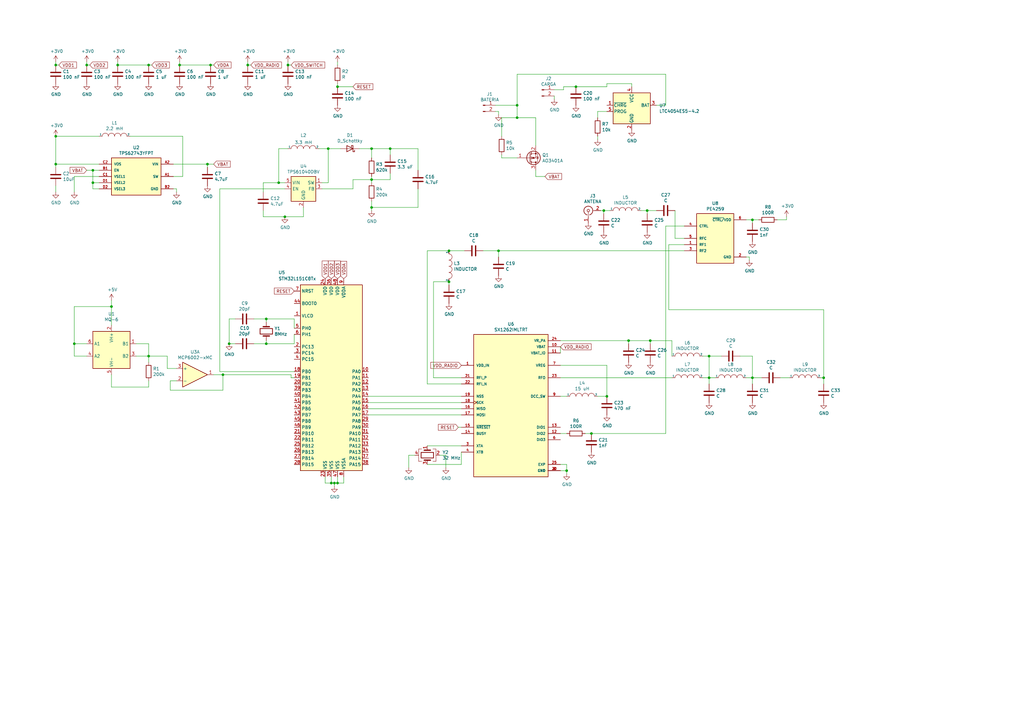
<source format=kicad_sch>
(kicad_sch (version 20211123) (generator eeschema)
  (paper "A3")
  (lib_symbols
    (symbol "Amplifier_Operational:MCP6002-xMC" (pin_names (offset 0.127))
      (property "Reference" "U" (at 0 5.08 0))
      (property "Value" "MCP6002-xMC" (at 0 -5.08 0))
      (symbol "MCP6002-xMC_1_1"
        (pin output line (at 7.62 0 180) (length 2.54) (name "~") (number "1"))
        (pin input line (at -7.62 -2.54 0) (length 2.54) (name "-") (number "2"))
        (pin input line (at -7.62 2.54 0) (length 2.54) (name "+") (number "3"))
      )
      (symbol "MCP6002-xMC_2_1"
        (pin input line (at -7.62 2.54 0) (length 2.54) (name "+") (number "5"))
        (pin input line (at -7.62 -2.54 0) (length 2.54) (name "-") (number "6"))
        (pin output line (at 7.62 0 180) (length 2.54) (name "~") (number "7"))
      )
      (symbol "MCP6002-xMC_3_1"
        (pin power_in line (at -2.54 -7.62 90) (length 3.81) (name "V-") (number "4"))
        (pin power_in line (at -2.54 7.62 270) (length 3.81) (name "V+") (number "8"))
        (pin passive line (at -2.54 -7.62 90) (length 3.81) hide (name "V-") (number "9"))
      )
    )
    (symbol "Battery_Management:LTC4054ES5-4.2" (pin_names (offset 0.254))
      (property "Reference" "U" (at -5.842 6.604 0))
      (property "Value" "LTC4054ES5-4.2" (at 1.524 6.604 0))
      (symbol "LTC4054ES5-4.2_1_1"
        (pin open_collector line (at -10.16 0 0) (length 2.54) (name "~{CHRG}") (number "1"))
        (pin power_in line (at 0 -10.16 90) (length 2.54) (name "GND") (number "2"))
        (pin power_out line (at 10.16 0 180) (length 2.54) (name "BAT") (number "3"))
        (pin power_in line (at 0 7.62 270) (length 2.54) (name "VCC") (number "4"))
        (pin bidirectional line (at -10.16 -2.54 0) (length 2.54) (name "PROG") (number "5"))
      )
    )
    (symbol "Connector:Conn_01x02_Male" (pin_names (offset 1.016) hide)
      (property "Reference" "J" (at 0 2.54 0))
      (property "Value" "Conn_01x02_Male" (at 0 -5.08 0))
      (symbol "Conn_01x02_Male_1_1"
        (pin passive line (at 5.08 0 180) (length 3.81) (name "Pin_1") (number "1"))
        (pin passive line (at 5.08 -2.54 180) (length 3.81) (name "Pin_2") (number "2"))
      )
    )
    (symbol "Connector:Conn_Coaxial" (pin_names (offset 1.016) hide)
      (property "Reference" "J" (at 0.254 3.048 0))
      (property "Value" "Conn_Coaxial" (at 2.921 0 90))
      (symbol "Conn_Coaxial_1_1"
        (pin passive line (at -5.08 0 0) (length 2.54) (name "In") (number "1"))
        (pin passive line (at 0 -5.08 90) (length 2.54) (name "Ext") (number "2"))
      )
    )
    (symbol "Device:C" (pin_numbers hide) (pin_names (offset 0.254))
      (property "Reference" "C" (at 0.635 2.54 0))
      (property "Value" "C" (at 0.635 -2.54 0))
      (symbol "C_1_1"
        (pin passive line (at 0 3.81 270) (length 2.794) (name "~") (number "1"))
        (pin passive line (at 0 -3.81 90) (length 2.794) (name "~") (number "2"))
      )
    )
    (symbol "Device:Crystal" (pin_numbers hide) (pin_names (offset 1.016) hide)
      (property "Reference" "Y" (at 0 3.81 0))
      (property "Value" "Crystal" (at 0 -3.81 0))
      (symbol "Crystal_1_1"
        (pin passive line (at -3.81 0 0) (length 1.27) (name "1") (number "1"))
        (pin passive line (at 3.81 0 180) (length 1.27) (name "2") (number "2"))
      )
    )
    (symbol "Device:Crystal_GND24" (pin_names (offset 1.016) hide)
      (property "Reference" "Y" (at 3.175 5.08 0))
      (property "Value" "Crystal_GND24" (at 3.175 3.175 0))
      (symbol "Crystal_GND24_1_1"
        (pin passive line (at -3.81 0 0) (length 1.27) (name "1") (number "1"))
        (pin passive line (at 0 5.08 270) (length 1.27) (name "2") (number "2"))
        (pin passive line (at 3.81 0 180) (length 1.27) (name "3") (number "3"))
        (pin passive line (at 0 -5.08 90) (length 1.27) (name "4") (number "4"))
      )
    )
    (symbol "Device:D_Schottky" (pin_numbers hide) (pin_names (offset 1.016) hide)
      (property "Reference" "D" (at 0 2.54 0))
      (property "Value" "D_Schottky" (at 0 -2.54 0))
      (symbol "D_Schottky_1_1"
        (pin passive line (at -3.81 0 0) (length 2.54) (name "K") (number "1"))
        (pin passive line (at 3.81 0 180) (length 2.54) (name "A") (number "2"))
      )
    )
    (symbol "Device:R" (pin_numbers hide) (pin_names (offset 0))
      (property "Reference" "R" (at 2.032 0 90))
      (property "Value" "R" (at 0 0 90))
      (symbol "R_1_1"
        (pin passive line (at 0 3.81 270) (length 1.27) (name "~") (number "1"))
        (pin passive line (at 0 -3.81 90) (length 1.27) (name "~") (number "2"))
      )
    )
    (symbol "MCU_ST_STM32L1:STM32L151C8Tx"
      (property "Reference" "U" (at -12.7 39.37 0))
      (property "Value" "STM32L151C8Tx" (at 7.62 39.37 0))
      (symbol "STM32L151C8Tx_1_1"
        (pin power_in line (at -15.24 25.4 0) (length 2.54) (name "VLCD") (number "1"))
        (pin bidirectional line (at 15.24 2.54 180) (length 2.54) (name "PA0") (number "10"))
        (pin bidirectional line (at 15.24 0 180) (length 2.54) (name "PA1") (number "11"))
        (pin bidirectional line (at 15.24 -2.54 180) (length 2.54) (name "PA2") (number "12"))
        (pin bidirectional line (at 15.24 -5.08 180) (length 2.54) (name "PA3") (number "13"))
        (pin bidirectional line (at 15.24 -7.62 180) (length 2.54) (name "PA4") (number "14"))
        (pin bidirectional line (at 15.24 -10.16 180) (length 2.54) (name "PA5") (number "15"))
        (pin bidirectional line (at 15.24 -12.7 180) (length 2.54) (name "PA6") (number "16"))
        (pin bidirectional line (at 15.24 -15.24 180) (length 2.54) (name "PA7") (number "17"))
        (pin bidirectional line (at -15.24 2.54 0) (length 2.54) (name "PB0") (number "18"))
        (pin bidirectional line (at -15.24 0 0) (length 2.54) (name "PB1") (number "19"))
        (pin bidirectional line (at -15.24 12.7 0) (length 2.54) (name "PC13") (number "2"))
        (pin bidirectional line (at -15.24 -2.54 0) (length 2.54) (name "PB2") (number "20"))
        (pin bidirectional line (at -15.24 -22.86 0) (length 2.54) (name "PB10") (number "21"))
        (pin bidirectional line (at -15.24 -25.4 0) (length 2.54) (name "PB11") (number "22"))
        (pin power_in line (at -2.54 -40.64 90) (length 2.54) (name "VSS") (number "23"))
        (pin power_in line (at -2.54 40.64 270) (length 2.54) (name "VDD") (number "24"))
        (pin bidirectional line (at -15.24 -27.94 0) (length 2.54) (name "PB12") (number "25"))
        (pin bidirectional line (at -15.24 -30.48 0) (length 2.54) (name "PB13") (number "26"))
        (pin bidirectional line (at -15.24 -33.02 0) (length 2.54) (name "PB14") (number "27"))
        (pin bidirectional line (at -15.24 -35.56 0) (length 2.54) (name "PB15") (number "28"))
        (pin bidirectional line (at 15.24 -17.78 180) (length 2.54) (name "PA8") (number "29"))
        (pin bidirectional line (at -15.24 10.16 0) (length 2.54) (name "PC14") (number "3"))
        (pin bidirectional line (at 15.24 -20.32 180) (length 2.54) (name "PA9") (number "30"))
        (pin bidirectional line (at 15.24 -22.86 180) (length 2.54) (name "PA10") (number "31"))
        (pin bidirectional line (at 15.24 -25.4 180) (length 2.54) (name "PA11") (number "32"))
        (pin bidirectional line (at 15.24 -27.94 180) (length 2.54) (name "PA12") (number "33"))
        (pin bidirectional line (at 15.24 -30.48 180) (length 2.54) (name "PA13") (number "34"))
        (pin power_in line (at 0 -40.64 90) (length 2.54) (name "VSS") (number "35"))
        (pin power_in line (at 0 40.64 270) (length 2.54) (name "VDD") (number "36"))
        (pin bidirectional line (at 15.24 -33.02 180) (length 2.54) (name "PA14") (number "37"))
        (pin bidirectional line (at 15.24 -35.56 180) (length 2.54) (name "PA15") (number "38"))
        (pin bidirectional line (at -15.24 -5.08 0) (length 2.54) (name "PB3") (number "39"))
        (pin bidirectional line (at -15.24 7.62 0) (length 2.54) (name "PC15") (number "4"))
        (pin bidirectional line (at -15.24 -7.62 0) (length 2.54) (name "PB4") (number "40"))
        (pin bidirectional line (at -15.24 -10.16 0) (length 2.54) (name "PB5") (number "41"))
        (pin bidirectional line (at -15.24 -12.7 0) (length 2.54) (name "PB6") (number "42"))
        (pin bidirectional line (at -15.24 -15.24 0) (length 2.54) (name "PB7") (number "43"))
        (pin input line (at -15.24 30.48 0) (length 2.54) (name "BOOT0") (number "44"))
        (pin bidirectional line (at -15.24 -17.78 0) (length 2.54) (name "PB8") (number "45"))
        (pin bidirectional line (at -15.24 -20.32 0) (length 2.54) (name "PB9") (number "46"))
        (pin power_in line (at 2.54 -40.64 90) (length 2.54) (name "VSS") (number "47"))
        (pin power_in line (at 2.54 40.64 270) (length 2.54) (name "VDD") (number "48"))
        (pin input line (at -15.24 20.32 0) (length 2.54) (name "PH0") (number "5"))
        (pin input line (at -15.24 17.78 0) (length 2.54) (name "PH1") (number "6"))
        (pin input line (at -15.24 35.56 0) (length 2.54) (name "NRST") (number "7"))
        (pin power_in line (at 5.08 -40.64 90) (length 2.54) (name "VSSA") (number "8"))
        (pin power_in line (at 5.08 40.64 270) (length 2.54) (name "VDDA") (number "9"))
      )
    )
    (symbol "PCB_V1-rescue:PE4259-PE4259" (pin_names (offset 1.016))
      (property "Reference" "U" (at -7.62 10.16 0))
      (property "Value" "PE4259-PE4259" (at -7.62 -12.7 0))
      (symbol "PE4259-PE4259_0_0"
        (pin passive line (at -12.7 -2.54 0) (length 5.08) (name "RF1") (number "1"))
        (pin power_in line (at 12.7 -7.62 180) (length 5.08) (name "GND") (number "2"))
        (pin passive line (at -12.7 -5.08 0) (length 5.08) (name "RF2") (number "3"))
        (pin input line (at -12.7 5.08 0) (length 5.08) (name "CTRL") (number "4"))
        (pin passive line (at -12.7 0 0) (length 5.08) (name "RFC") (number "5"))
        (pin power_in line (at 12.7 7.62 180) (length 5.08) (name "~{CTRL/}VDD") (number "6"))
      )
    )
    (symbol "PCB_V1-rescue:SX1262IMLTRT-SX1262IMLTRT" (pin_names (offset 1.016))
      (property "Reference" "U" (at -15.24 28.702 0))
      (property "Value" "SX1262IMLTRT-SX1262IMLTRT" (at -15.24 -33.02 0))
      (symbol "SX1262IMLTRT-SX1262IMLTRT_0_0"
        (pin input line (at -20.32 15.24 0) (length 5.08) (name "VDD_IN") (number "1"))
        (pin power_in line (at 20.32 22.86 180) (length 5.08) (name "VBAT") (number "10"))
        (pin power_in line (at 20.32 20.32 180) (length 5.08) (name "VBAT_IO") (number "11"))
        (pin bidirectional line (at 20.32 -12.7 180) (length 5.08) (name "DIO2") (number "12"))
        (pin bidirectional line (at 20.32 -10.16 180) (length 5.08) (name "DIO1") (number "13"))
        (pin bidirectional line (at -20.32 -12.7 0) (length 5.08) (name "BUSY") (number "14"))
        (pin bidirectional line (at -20.32 -10.16 0) (length 5.08) (name "~{NRESET}") (number "15"))
        (pin output line (at -20.32 -2.54 0) (length 5.08) (name "MISO") (number "16"))
        (pin input line (at -20.32 -5.08 0) (length 5.08) (name "MOSI") (number "17"))
        (pin input clock (at -20.32 0 0) (length 5.08) (name "SCK") (number "18"))
        (pin input line (at -20.32 2.54 0) (length 5.08) (name "NSS") (number "19"))
        (pin power_in line (at 20.32 -27.94 180) (length 5.08) (name "GND") (number "2"))
        (pin power_in line (at 20.32 -27.94 180) (length 5.08) (name "GND") (number "20"))
        (pin input line (at -20.32 10.16 0) (length 5.08) (name "RFI_P") (number "21"))
        (pin input line (at -20.32 7.62 0) (length 5.08) (name "RFI_N") (number "22"))
        (pin output line (at 20.32 10.16 180) (length 5.08) (name "RFO") (number "23"))
        (pin power_in line (at 20.32 25.4 180) (length 5.08) (name "VR_PA") (number "24"))
        (pin power_in line (at 20.32 -25.4 180) (length 5.08) (name "EXP") (number "25"))
        (pin bidirectional line (at -20.32 -17.78 0) (length 5.08) (name "XTA") (number "3"))
        (pin bidirectional line (at -20.32 -20.32 0) (length 5.08) (name "XTB") (number "4"))
        (pin power_in line (at 20.32 -27.94 180) (length 5.08) (name "GND") (number "5"))
        (pin bidirectional line (at 20.32 -15.24 180) (length 5.08) (name "DIO3") (number "6"))
        (pin output line (at 20.32 15.24 180) (length 5.08) (name "VREG") (number "7"))
        (pin power_in line (at 20.32 -27.94 180) (length 5.08) (name "GND") (number "8"))
        (pin output line (at 20.32 2.54 180) (length 5.08) (name "DCC_SW") (number "9"))
      )
    )
    (symbol "Regulator_Switching:TPS61040DBV"
      (property "Reference" "U" (at -5.08 6.35 0))
      (property "Value" "TPS61040DBV" (at 0 6.35 0))
      (symbol "TPS61040DBV_1_1"
        (pin power_out line (at 7.62 2.54 180) (length 2.54) (name "SW") (number "1"))
        (pin power_in line (at 0 -7.62 90) (length 2.54) (name "GND") (number "2"))
        (pin input line (at 7.62 0 180) (length 2.54) (name "FB") (number "3"))
        (pin input line (at -7.62 0 0) (length 2.54) (name "EN") (number "4"))
        (pin power_in line (at -7.62 2.54 0) (length 2.54) (name "VIN") (number "5"))
      )
    )
    (symbol "Sensor_Gas:MQ-6"
      (property "Reference" "U" (at -6.35 8.89 0))
      (property "Value" "MQ-6" (at 3.81 8.89 0))
      (symbol "MQ-6_1_1"
        (pin passive line (at 10.16 2.54 180) (length 2.54) (name "B1") (number "1"))
        (pin power_in line (at 0 10.16 270) (length 2.54) (name "VH+") (number "2"))
        (pin passive line (at 10.16 -2.54 180) (length 2.54) (name "B2") (number "3"))
        (pin passive line (at -10.16 -2.54 0) (length 2.54) (name "A2") (number "4"))
        (pin power_in line (at 0 -10.16 90) (length 2.54) (name "VH-") (number "5"))
        (pin passive line (at -10.16 2.54 0) (length 2.54) (name "A1") (number "6"))
      )
    )
    (symbol "TPS62743YFPT:TPS62743YFPT" (pin_names (offset 1.016))
      (property "Reference" "U" (at -10.1854 8.4074 0))
      (property "Value" "TPS62743YFPT" (at -10.1854 -10.6934 0))
      (symbol "TPS62743YFPT_0_0"
        (pin output line (at 15.24 0 180) (length 5.08) (name "SW") (number "A1"))
        (pin power_in line (at 15.24 5.08 180) (length 5.08) (name "VIN") (number "A2"))
        (pin input line (at -15.24 2.54 0) (length 5.08) (name "EN") (number "B1"))
        (pin passive line (at 15.24 -5.08 180) (length 5.08) (name "GND") (number "B2"))
        (pin input line (at -15.24 0 0) (length 5.08) (name "VSEL1") (number "C1"))
        (pin input line (at -15.24 5.08 0) (length 5.08) (name "VOS") (number "C2"))
        (pin input line (at -15.24 -2.54 0) (length 5.08) (name "VSEL2") (number "D1"))
        (pin input line (at -15.24 -5.08 0) (length 5.08) (name "VSEL3") (number "D2"))
      )
    )
    (symbol "Transistor_FET:AO3401A" (pin_names hide)
      (property "Reference" "Q" (at 5.08 1.905 0))
      (property "Value" "AO3401A" (at 5.08 0 0))
      (symbol "AO3401A_1_1"
        (pin input line (at -5.08 0 0) (length 2.54) (name "G") (number "1"))
        (pin passive line (at 2.54 -5.08 90) (length 2.54) (name "S") (number "2"))
        (pin passive line (at 2.54 5.08 270) (length 2.54) (name "D") (number "3"))
      )
    )
    (symbol "power:+3V0" (power) (pin_names (offset 0))
      (property "Value" "+3V0" (at 0 3.556 0))
      (symbol "+3V0_1_1"
        (pin power_in line (at 0 0 90) (length 0) hide (name "+3V0") (number "1"))
      )
    )
    (symbol "power:+5V" (power) (pin_names (offset 0))
      (property "Value" "+5V" (at 0 3.556 0))
      (symbol "+5V_1_1"
        (pin power_in line (at 0 0 90) (length 0) hide (name "+5V") (number "1"))
      )
    )
    (symbol "power:GND" (power) (pin_names (offset 0))
      (property "Value" "GND" (at 0 -3.81 0))
      (symbol "GND_1_1"
        (pin power_in line (at 0 0 270) (length 0) hide (name "GND") (number "1"))
      )
    )
    (symbol "pspice:INDUCTOR" (pin_numbers hide) (pin_names (offset 0))
      (property "Reference" "L" (at 0 2.54 0))
      (property "Value" "INDUCTOR" (at 0 -1.27 0))
      (symbol "INDUCTOR_1_1"
        (pin input line (at -6.35 0 0) (length 1.27) (name "1") (number "1"))
        (pin input line (at 6.35 0 180) (length 1.27) (name "2") (number "2"))
      )
    )
  )
  (junction (at 60.96 146.05))
  (junction (at 290.83 154.94))
  (junction (at 135.89 198.12))
  (junction (at 242.57 177.8))
  (junction (at 60.96 26.67))
  (junction (at 248.92 162.56))
  (junction (at 265.43 86.36))
  (junction (at 212.09 48.26))
  (junction (at 116.84 88.9))
  (junction (at 93.98 140.97))
  (junction (at 247.65 86.36))
  (junction (at 290.83 146.05))
  (junction (at 337.82 154.94))
  (junction (at 30.48 140.97))
  (junction (at 118.11 26.67))
  (junction (at 184.15 115.57))
  (junction (at 236.22 35.56))
  (junction (at 160.02 60.96))
  (junction (at 86.36 26.67))
  (junction (at 232.41 193.04))
  (junction (at 257.81 139.7))
  (junction (at 138.43 35.56))
  (junction (at 212.09 43.18))
  (junction (at 137.16 198.12))
  (junction (at 109.22 140.97))
  (junction (at 48.26 26.67))
  (junction (at 45.72 125.73))
  (junction (at 152.4 85.09))
  (junction (at 85.09 67.31))
  (junction (at 134.62 60.96))
  (junction (at 184.15 102.87))
  (junction (at 308.61 154.94))
  (junction (at 266.7 139.7))
  (junction (at 101.6 26.67))
  (junction (at 35.56 26.67))
  (junction (at 38.1 69.85))
  (junction (at 152.4 73.66))
  (junction (at 38.1 74.93))
  (junction (at 114.3 74.93))
  (junction (at 91.44 153.67))
  (junction (at 152.4 60.96))
  (junction (at 308.61 90.17))
  (junction (at 22.86 67.31))
  (junction (at 22.86 55.88))
  (junction (at 138.43 198.12))
  (junction (at 109.22 130.81))
  (junction (at 73.66 26.67))
  (junction (at 22.86 26.67))
  (junction (at 204.47 102.87))
  (wire (pts (xy 144.78 35.56) (xy 138.43 35.56)))
  (wire (pts (xy 22.86 68.58) (xy 22.86 67.31)))
  (wire (pts (xy 269.24 43.18) (xy 273.05 43.18)))
  (wire (pts (xy 274.32 127) (xy 274.32 100.33)))
  (wire (pts (xy 53.34 55.88) (xy 74.93 55.88)))
  (wire (pts (xy 290.83 157.48) (xy 290.83 154.94)))
  (wire (pts (xy 107.95 78.74) (xy 107.95 74.93)))
  (wire (pts (xy 45.72 125.73) (xy 45.72 133.35)))
  (wire (pts (xy 144.78 73.66) (xy 152.4 73.66)))
  (wire (pts (xy 322.58 88.9) (xy 322.58 90.17)))
  (wire (pts (xy 189.23 165.1) (xy 151.13 165.1)))
  (wire (pts (xy 144.78 77.47) (xy 144.78 73.66)))
  (wire (pts (xy 69.85 156.21) (xy 69.85 160.02)))
  (wire (pts (xy 219.71 72.39) (xy 223.52 72.39)))
  (wire (pts (xy 182.88 186.69) (xy 180.34 186.69)))
  (wire (pts (xy 257.81 139.7) (xy 266.7 139.7)))
  (wire (pts (xy 229.87 139.7) (xy 257.81 139.7)))
  (wire (pts (xy 35.56 140.97) (xy 30.48 140.97)))
  (wire (pts (xy 212.09 64.77) (xy 205.74 64.77)))
  (wire (pts (xy 30.48 125.73) (xy 45.72 125.73)))
  (wire (pts (xy 116.84 88.9) (xy 124.46 88.9)))
  (wire (pts (xy 247.65 87.63) (xy 247.65 86.36)))
  (wire (pts (xy 337.82 154.94) (xy 337.82 157.48)))
  (wire (pts (xy 219.71 48.26) (xy 219.71 59.69)))
  (wire (pts (xy 337.82 127) (xy 274.32 127)))
  (wire (pts (xy 45.72 153.67) (xy 45.72 158.75)))
  (wire (pts (xy 182.88 191.77) (xy 182.88 186.69)))
  (wire (pts (xy 74.93 55.88) (xy 74.93 72.39)))
  (wire (pts (xy 152.4 82.55) (xy 152.4 85.09)))
  (wire (pts (xy 135.89 198.12) (xy 137.16 198.12)))
  (wire (pts (xy 245.11 57.15) (xy 245.11 55.88)))
  (wire (pts (xy 93.98 130.81) (xy 93.98 140.97)))
  (wire (pts (xy 35.56 26.67) (xy 35.56 25.4)))
  (wire (pts (xy 60.96 158.75) (xy 45.72 158.75)))
  (wire (pts (xy 265.43 87.63) (xy 265.43 86.36)))
  (wire (pts (xy 293.37 154.94) (xy 290.83 154.94)))
  (wire (pts (xy 137.16 199.39) (xy 137.16 198.12)))
  (wire (pts (xy 184.15 116.84) (xy 184.15 115.57)))
  (wire (pts (xy 119.38 154.94) (xy 120.65 154.94)))
  (wire (pts (xy 203.2 43.18) (xy 212.09 43.18)))
  (wire (pts (xy 151.13 167.64) (xy 189.23 167.64)))
  (wire (pts (xy 229.87 154.94) (xy 275.59 154.94)))
  (wire (pts (xy 90.17 152.4) (xy 120.65 152.4)))
  (wire (pts (xy 160.02 60.96) (xy 152.4 60.96)))
  (wire (pts (xy 132.08 74.93) (xy 134.62 74.93)))
  (wire (pts (xy 175.26 102.87) (xy 175.26 157.48)))
  (wire (pts (xy 24.13 26.67) (xy 22.86 26.67)))
  (wire (pts (xy 107.95 86.36) (xy 107.95 88.9)))
  (wire (pts (xy 227.33 36.83) (xy 231.14 36.83)))
  (wire (pts (xy 259.08 34.29) (xy 259.08 35.56)))
  (wire (pts (xy 275.59 139.7) (xy 266.7 139.7)))
  (wire (pts (xy 204.47 46.99) (xy 204.47 45.72)))
  (wire (pts (xy 30.48 140.97) (xy 30.48 146.05)))
  (wire (pts (xy 124.46 88.9) (xy 124.46 85.09)))
  (wire (pts (xy 138.43 198.12) (xy 140.97 198.12)))
  (wire (pts (xy 265.43 86.36) (xy 269.24 86.36)))
  (wire (pts (xy 109.22 139.7) (xy 109.22 140.97)))
  (wire (pts (xy 69.85 160.02) (xy 91.44 160.02)))
  (wire (pts (xy 109.22 132.08) (xy 109.22 130.81)))
  (wire (pts (xy 60.96 158.75) (xy 60.96 156.21)))
  (wire (pts (xy 236.22 35.56) (xy 231.14 35.56)))
  (wire (pts (xy 151.13 162.56) (xy 189.23 162.56)))
  (wire (pts (xy 22.86 26.67) (xy 22.86 25.4)))
  (wire (pts (xy 189.23 170.18) (xy 151.13 170.18)))
  (wire (pts (xy 160.02 73.66) (xy 152.4 73.66)))
  (wire (pts (xy 171.45 60.96) (xy 160.02 60.96)))
  (wire (pts (xy 134.62 74.93) (xy 134.62 60.96)))
  (wire (pts (xy 204.47 105.41) (xy 204.47 102.87)))
  (wire (pts (xy 120.65 130.81) (xy 120.65 134.62)))
  (wire (pts (xy 212.09 43.18) (xy 212.09 48.26)))
  (wire (pts (xy 160.02 71.12) (xy 160.02 73.66)))
  (wire (pts (xy 118.11 60.96) (xy 114.3 60.96)))
  (wire (pts (xy 119.38 153.67) (xy 119.38 154.94)))
  (wire (pts (xy 104.14 130.81) (xy 109.22 130.81)))
  (wire (pts (xy 101.6 25.4) (xy 101.6 26.67)))
  (wire (pts (xy 205.74 48.26) (xy 205.74 55.88)))
  (wire (pts (xy 22.86 67.31) (xy 40.64 67.31)))
  (wire (pts (xy 323.85 154.94) (xy 320.04 154.94)))
  (wire (pts (xy 152.4 85.09) (xy 152.4 86.36)))
  (wire (pts (xy 312.42 154.94) (xy 308.61 154.94)))
  (wire (pts (xy 229.87 149.86) (xy 248.92 149.86)))
  (wire (pts (xy 187.96 175.26) (xy 189.23 175.26)))
  (wire (pts (xy 248.92 35.56) (xy 248.92 34.29)))
  (wire (pts (xy 311.15 90.17) (xy 308.61 90.17)))
  (wire (pts (xy 189.23 190.5) (xy 175.26 190.5)))
  (wire (pts (xy 152.4 60.96) (xy 152.4 64.77)))
  (wire (pts (xy 248.92 34.29) (xy 259.08 34.29)))
  (wire (pts (xy 177.8 115.57) (xy 177.8 154.94)))
  (wire (pts (xy 295.91 146.05) (xy 290.83 146.05)))
  (wire (pts (xy 245.11 45.72) (xy 245.11 48.26)))
  (wire (pts (xy 307.34 105.41) (xy 306.07 105.41)))
  (wire (pts (xy 167.64 186.69) (xy 170.18 186.69)))
  (wire (pts (xy 72.39 151.13) (xy 68.58 151.13)))
  (wire (pts (xy 45.72 123.19) (xy 45.72 125.73)))
  (wire (pts (xy 90.17 77.47) (xy 116.84 77.47)))
  (wire (pts (xy 171.45 77.47) (xy 171.45 85.09)))
  (wire (pts (xy 276.86 97.79) (xy 280.67 97.79)))
  (wire (pts (xy 177.8 154.94) (xy 189.23 154.94)))
  (wire (pts (xy 204.47 102.87) (xy 198.12 102.87)))
  (wire (pts (xy 308.61 157.48) (xy 308.61 154.94)))
  (wire (pts (xy 204.47 102.87) (xy 280.67 102.87)))
  (wire (pts (xy 229.87 142.24) (xy 229.87 144.78)))
  (wire (pts (xy 248.92 162.56) (xy 245.11 162.56)))
  (wire (pts (xy 262.89 86.36) (xy 265.43 86.36)))
  (wire (pts (xy 120.65 140.97) (xy 109.22 140.97)))
  (wire (pts (xy 138.43 26.67) (xy 138.43 25.4)))
  (wire (pts (xy 248.92 149.86) (xy 248.92 162.56)))
  (wire (pts (xy 231.14 35.56) (xy 231.14 36.83)))
  (wire (pts (xy 147.32 60.96) (xy 152.4 60.96)))
  (wire (pts (xy 274.32 100.33) (xy 280.67 100.33)))
  (wire (pts (xy 190.5 102.87) (xy 184.15 102.87)))
  (wire (pts (xy 102.87 26.67) (xy 101.6 26.67)))
  (wire (pts (xy 38.1 69.85) (xy 40.64 69.85)))
  (wire (pts (xy 135.89 198.12) (xy 135.89 195.58)))
  (wire (pts (xy 308.61 90.17) (xy 306.07 90.17)))
  (wire (pts (xy 175.26 182.88) (xy 189.23 182.88)))
  (wire (pts (xy 40.64 55.88) (xy 22.86 55.88)))
  (wire (pts (xy 307.34 106.68) (xy 307.34 105.41)))
  (wire (pts (xy 232.41 162.56) (xy 229.87 162.56)))
  (wire (pts (xy 152.4 73.66) (xy 152.4 72.39)))
  (wire (pts (xy 22.86 78.74) (xy 22.86 76.2)))
  (wire (pts (xy 22.86 55.88) (xy 22.86 67.31)))
  (wire (pts (xy 140.97 198.12) (xy 140.97 195.58)))
  (wire (pts (xy 107.95 74.93) (xy 114.3 74.93)))
  (wire (pts (xy 275.59 146.05) (xy 275.59 139.7)))
  (wire (pts (xy 73.66 26.67) (xy 86.36 26.67)))
  (wire (pts (xy 96.52 130.81) (xy 93.98 130.81)))
  (wire (pts (xy 114.3 74.93) (xy 116.84 74.93)))
  (wire (pts (xy 139.7 60.96) (xy 134.62 60.96)))
  (wire (pts (xy 175.26 102.87) (xy 184.15 102.87)))
  (wire (pts (xy 160.02 63.5) (xy 160.02 60.96)))
  (wire (pts (xy 138.43 35.56) (xy 138.43 34.29)))
  (wire (pts (xy 60.96 140.97) (xy 60.96 146.05)))
  (wire (pts (xy 273.05 92.71) (xy 280.67 92.71)))
  (wire (pts (xy 30.48 146.05) (xy 35.56 146.05)))
  (wire (pts (xy 74.93 72.39) (xy 71.12 72.39)))
  (wire (pts (xy 167.64 186.69) (xy 167.64 191.77)))
  (wire (pts (xy 189.23 185.42) (xy 189.23 190.5)))
  (wire (pts (xy 48.26 26.67) (xy 48.26 25.4)))
  (wire (pts (xy 85.09 67.31) (xy 87.63 67.31)))
  (wire (pts (xy 87.63 26.67) (xy 86.36 26.67)))
  (wire (pts (xy 171.45 85.09) (xy 152.4 85.09)))
  (wire (pts (xy 107.95 88.9) (xy 116.84 88.9)))
  (wire (pts (xy 109.22 140.97) (xy 104.14 140.97)))
  (wire (pts (xy 171.45 69.85) (xy 171.45 60.96)))
  (wire (pts (xy 273.05 30.48) (xy 212.09 30.48)))
  (wire (pts (xy 303.53 146.05) (xy 308.61 146.05)))
  (wire (pts (xy 212.09 48.26) (xy 205.74 48.26)))
  (wire (pts (xy 93.98 140.97) (xy 96.52 140.97)))
  (wire (pts (xy 227.33 39.37) (xy 227.33 40.64)))
  (wire (pts (xy 308.61 154.94) (xy 306.07 154.94)))
  (wire (pts (xy 119.38 26.67) (xy 118.11 26.67)))
  (wire (pts (xy 60.96 148.59) (xy 60.96 146.05)))
  (wire (pts (xy 38.1 77.47) (xy 40.64 77.47)))
  (wire (pts (xy 60.96 146.05) (xy 55.88 146.05)))
  (wire (pts (xy 30.48 72.39) (xy 40.64 72.39)))
  (wire (pts (xy 91.44 160.02) (xy 91.44 153.67)))
  (wire (pts (xy 137.16 198.12) (xy 138.43 198.12)))
  (wire (pts (xy 236.22 35.56) (xy 248.92 35.56)))
  (wire (pts (xy 290.83 154.94) (xy 288.29 154.94)))
  (wire (pts (xy 30.48 78.74) (xy 30.48 72.39)))
  (wire (pts (xy 72.39 78.74) (xy 72.39 77.47)))
  (wire (pts (xy 35.56 69.85) (xy 38.1 69.85)))
  (wire (pts (xy 212.09 30.48) (xy 212.09 43.18)))
  (wire (pts (xy 114.3 60.96) (xy 114.3 74.93)))
  (wire (pts (xy 134.62 60.96) (xy 130.81 60.96)))
  (wire (pts (xy 229.87 193.04) (xy 232.41 193.04)))
  (wire (pts (xy 72.39 77.47) (xy 71.12 77.47)))
  (wire (pts (xy 189.23 157.48) (xy 175.26 157.48)))
  (wire (pts (xy 266.7 139.7) (xy 266.7 140.97)))
  (wire (pts (xy 240.03 177.8) (xy 242.57 177.8)))
  (wire (pts (xy 219.71 48.26) (xy 212.09 48.26)))
  (wire (pts (xy 232.41 190.5) (xy 232.41 193.04)))
  (wire (pts (xy 90.17 77.47) (xy 90.17 152.4)))
  (wire (pts (xy 257.81 140.97) (xy 257.81 139.7)))
  (wire (pts (xy 85.09 68.58) (xy 85.09 67.31)))
  (wire (pts (xy 120.65 137.16) (xy 120.65 140.97)))
  (wire (pts (xy 219.71 69.85) (xy 219.71 72.39)))
  (wire (pts (xy 109.22 130.81) (xy 120.65 130.81)))
  (wire (pts (xy 247.65 86.36) (xy 250.19 86.36)))
  (wire (pts (xy 48.26 26.67) (xy 60.96 26.67)))
  (wire (pts (xy 205.74 63.5) (xy 205.74 64.77)))
  (wire (pts (xy 87.63 153.67) (xy 91.44 153.67)))
  (wire (pts (xy 288.29 146.05) (xy 290.83 146.05)))
  (wire (pts (xy 152.4 74.93) (xy 152.4 73.66)))
  (wire (pts (xy 273.05 43.18) (xy 273.05 30.48)))
  (wire (pts (xy 248.92 45.72) (xy 245.11 45.72)))
  (wire (pts (xy 177.8 115.57) (xy 184.15 115.57)))
  (wire (pts (xy 308.61 146.05) (xy 308.61 154.94)))
  (wire (pts (xy 337.82 154.94) (xy 336.55 154.94)))
  (wire (pts (xy 71.12 67.31) (xy 85.09 67.31)))
  (wire (pts (xy 242.57 177.8) (xy 273.05 177.8)))
  (wire (pts (xy 273.05 177.8) (xy 273.05 92.71)))
  (wire (pts (xy 38.1 74.93) (xy 38.1 77.47)))
  (wire (pts (xy 246.38 86.36) (xy 247.65 86.36)))
  (wire (pts (xy 68.58 151.13) (xy 68.58 146.05)))
  (wire (pts (xy 308.61 91.44) (xy 308.61 90.17)))
  (wire (pts (xy 133.35 195.58) (xy 133.35 198.12)))
  (wire (pts (xy 133.35 198.12) (xy 135.89 198.12)))
  (wire (pts (xy 232.41 193.04) (xy 232.41 194.31)))
  (wire (pts (xy 138.43 198.12) (xy 138.43 195.58)))
  (wire (pts (xy 337.82 127) (xy 337.82 154.94)))
  (wire (pts (xy 38.1 74.93) (xy 38.1 69.85)))
  (wire (pts (xy 36.83 26.67) (xy 35.56 26.67)))
  (wire (pts (xy 72.39 156.21) (xy 69.85 156.21)))
  (wire (pts (xy 40.64 74.93) (xy 38.1 74.93)))
  (wire (pts (xy 62.23 26.67) (xy 60.96 26.67)))
  (wire (pts (xy 118.11 25.4) (xy 118.11 26.67)))
  (wire (pts (xy 30.48 140.97) (xy 30.48 125.73)))
  (wire (pts (xy 232.41 177.8) (xy 229.87 177.8)))
  (wire (pts (xy 290.83 146.05) (xy 290.83 154.94)))
  (wire (pts (xy 55.88 140.97) (xy 60.96 140.97)))
  (wire (pts (xy 322.58 90.17) (xy 318.77 90.17)))
  (wire (pts (xy 91.44 153.67) (xy 119.38 153.67)))
  (wire (pts (xy 229.87 190.5) (xy 232.41 190.5)))
  (wire (pts (xy 276.86 97.79) (xy 276.86 86.36)))
  (wire (pts (xy 132.08 77.47) (xy 144.78 77.47)))
  (wire (pts (xy 73.66 26.67) (xy 73.66 25.4)))
  (wire (pts (xy 68.58 146.05) (xy 60.96 146.05)))
  (wire (pts (xy 204.47 45.72) (xy 203.2 45.72)))
  (global_label "VDDA" (shape input) (at 140.97 114.3 90) (property "Referências entre as folhas" "${INTERSHEET_REFS}" (effects hide)))
  (global_label "VDD2" (shape input) (at 135.89 114.3 90) (property "Referências entre as folhas" "${INTERSHEET_REFS}" (effects hide)))
  (global_label "VDD1" (shape input) (at 133.35 114.3 90) (property "Referências entre as folhas" "${INTERSHEET_REFS}" (effects hide)))
  (global_label "VDD_RADIO" (shape input) (at 189.23 149.86 180) (property "Referências entre as folhas" "${INTERSHEET_REFS}" (effects hide)))
  (global_label "VBAT" (shape input) (at 223.52 72.39 0) (property "Referências entre as folhas" "${INTERSHEET_REFS}" (effects hide)))
  (global_label "VDD1" (shape input) (at 24.13 26.67 0) (property "Referências entre as folhas" "${INTERSHEET_REFS}" (effects hide)))
  (global_label "VDD3" (shape input) (at 62.23 26.67 0) (property "Referências entre as folhas" "${INTERSHEET_REFS}" (effects hide)))
  (global_label "VBAT" (shape input) (at 35.56 69.85 180) (property "Referências entre as folhas" "${INTERSHEET_REFS}" (effects hide)))
  (global_label "RESET" (shape input) (at 120.65 119.38 180) (property "Referências entre as folhas" "${INTERSHEET_REFS}" (effects hide)))
  (global_label "VBAT" (shape input) (at 87.63 67.31 0) (property "Referências entre as folhas" "${INTERSHEET_REFS}" (effects hide)))
  (global_label "RESET" (shape input) (at 144.78 35.56 0) (property "Referências entre as folhas" "${INTERSHEET_REFS}" (effects hide)))
  (global_label "VDD2" (shape input) (at 36.83 26.67 0) (property "Referências entre as folhas" "${INTERSHEET_REFS}" (effects hide)))
  (global_label "VDDA" (shape input) (at 87.63 26.67 0) (property "Referências entre as folhas" "${INTERSHEET_REFS}" (effects hide)))
  (global_label "VDD3" (shape input) (at 138.43 114.3 90) (property "Referências entre as folhas" "${INTERSHEET_REFS}" (effects hide)))
  (global_label "VDD_RADIO" (shape input) (at 229.87 142.24 0) (property "Referências entre as folhas" "${INTERSHEET_REFS}" (effects hide)))
  (global_label "RESET" (shape input) (at 187.96 175.26 180) (property "Referências entre as folhas" "${INTERSHEET_REFS}" (effects hide)))
  (global_label "VDD_SWITCH" (shape input) (at 119.38 26.67 0) (property "Referências entre as folhas" "${INTERSHEET_REFS}" (effects hide)))
  (global_label "VDD_RADIO" (shape input) (at 102.87 26.67 0) (property "Referências entre as folhas" "${INTERSHEET_REFS}" (effects hide)))
  (symbol (lib_id "MCU_ST_STM32L1:STM32L151C8Tx") (at 135.89 154.94 0) (unit 1)
    (property "Reference" "U5" (at 115.57 111.76 0))
    (property "Value" "STM32L151C8Tx" (at 121.92 114.3 0))
    (property "Footprint" "Package_QFP:LQFP-48_7x7mm_P0.5mm" (effects hide))
    (property "Datasheet" "http://www.st.com/st-web-ui/static/active/en/resource/technical/document/datasheet/CD00277537.pdf" (effects hide))
  )
  (symbol (lib_id "PCB_V1-rescue:SX1262IMLTRT-SX1262IMLTRT") (at 209.55 165.1 0) (unit 1)
    (property "Reference" "U6" (at 209.55 132.9182 0))
    (property "Value" "SX1262IMLTRT" (at 209.55 135.2296 0))
    (property "Footprint" "QFN50P400X400X100-25N" (effects hide))
    (property "STANDARD" "IPC-7351B" (effects hide))
    (property "PARTREV" "1.1" (effects hide))
    (property "MANUFACTURER" "Semtech" (effects hide))
  )
  (symbol (lib_id "PCB_V1-rescue:PE4259-PE4259") (at 293.37 97.79 0) (unit 1)
    (property "Reference" "U8" (at 293.37 83.3882 0))
    (property "Value" "PE4259" (at 293.37 85.6996 0))
    (property "Footprint" "SOT65P215X110-6N" (effects hide))
    (property "MANUFACTURER" "Peregrine Semiconductor" (effects hide))
  )
  (symbol (lib_id "Device:Crystal_GND24") (at 175.26 186.69 270) (unit 1)
    (property "Reference" "Y2" (at 181.4576 185.5216 90) (effects (justify left)))
    (property "Value" "32 MHz" (at 181.4576 187.833 90) (effects (justify left)))
    (property "Footprint" "Crystal:Crystal_SMD_2016-4Pin_2.0x1.6mm" (effects hide))
  )
  (symbol (lib_id "power:GND") (at 167.64 191.77 0) (unit 1)
    (property "Reference" "#PWR027" (effects hide))
    (property "Value" "GND" (at 167.767 196.1642 0))
  )
  (symbol (lib_id "power:GND") (at 182.88 191.77 0) (unit 1)
    (property "Reference" "#PWR028" (effects hide))
    (property "Value" "GND" (at 183.007 196.1642 0))
  )
  (symbol (lib_id "power:GND") (at 137.16 199.39 0) (unit 1)
    (property "Reference" "#PWR023" (effects hide))
    (property "Value" "GND" (at 137.287 203.7842 0))
  )
  (symbol (lib_id "Device:C") (at 35.56 30.48 180) (unit 1)
    (property "Reference" "C3" (at 38.481 29.3116 0) (effects (justify right)))
    (property "Value" "100 nF" (at 38.481 31.623 0) (effects (justify right)))
    (property "Footprint" "Capacitor_SMD:C_0805_2012Metric" (effects hide))
  )
  (symbol (lib_id "power:+3V0") (at 35.56 25.4 0) (unit 1)
    (property "Reference" "#PWR06" (effects hide))
    (property "Value" "+3V0" (at 35.941 21.0058 0))
  )
  (symbol (lib_id "power:GND") (at 35.56 34.29 0) (unit 1)
    (property "Reference" "#PWR07" (effects hide))
    (property "Value" "GND" (at 35.687 38.6842 0))
  )
  (symbol (lib_id "TPS62743YFPT:TPS62743YFPT") (at 55.88 72.39 0) (unit 1)
    (property "Reference" "U2" (at 55.88 60.5282 0))
    (property "Value" "TPS62743YFPT" (at 55.88 62.8396 0))
    (property "Footprint" "BGA8N40P2X4_87X156X50" (effects hide))
    (property "MANUFACTURER" "Texas Instruments" (effects hide))
  )
  (symbol (lib_id "Device:C") (at 22.86 30.48 180) (unit 1)
    (property "Reference" "C1" (at 25.781 29.3116 0) (effects (justify right)))
    (property "Value" "100 nF" (at 25.781 31.623 0) (effects (justify right)))
    (property "Footprint" "Capacitor_SMD:C_0805_2012Metric" (effects hide))
  )
  (symbol (lib_id "power:+3V0") (at 22.86 25.4 0) (unit 1)
    (property "Reference" "#PWR01" (effects hide))
    (property "Value" "+3V0" (at 23.241 21.0058 0))
  )
  (symbol (lib_id "power:GND") (at 22.86 34.29 0) (unit 1)
    (property "Reference" "#PWR02" (effects hide))
    (property "Value" "GND" (at 22.987 38.6842 0))
  )
  (symbol (lib_id "Device:C") (at 48.26 30.48 180) (unit 1)
    (property "Reference" "C4" (at 51.181 29.3116 0) (effects (justify right)))
    (property "Value" "100 nF" (at 51.181 31.623 0) (effects (justify right)))
    (property "Footprint" "Capacitor_SMD:C_0805_2012Metric" (effects hide))
  )
  (symbol (lib_id "power:+3V0") (at 48.26 25.4 0) (unit 1)
    (property "Reference" "#PWR09" (effects hide))
    (property "Value" "+3V0" (at 48.641 21.0058 0))
  )
  (symbol (lib_id "power:GND") (at 48.26 34.29 0) (unit 1)
    (property "Reference" "#PWR010" (effects hide))
    (property "Value" "GND" (at 48.387 38.6842 0))
  )
  (symbol (lib_id "Device:C") (at 73.66 30.48 180) (unit 1)
    (property "Reference" "C6" (at 76.581 29.3116 0) (effects (justify right)))
    (property "Value" "100 nF" (at 76.581 31.623 0) (effects (justify right)))
    (property "Footprint" "Capacitor_SMD:C_0805_2012Metric" (effects hide))
  )
  (symbol (lib_id "power:+3V0") (at 73.66 25.4 0) (unit 1)
    (property "Reference" "#PWR013" (effects hide))
    (property "Value" "+3V0" (at 74.041 21.0058 0))
  )
  (symbol (lib_id "power:GND") (at 73.66 34.29 0) (unit 1)
    (property "Reference" "#PWR014" (effects hide))
    (property "Value" "GND" (at 73.787 38.6842 0))
  )
  (symbol (lib_id "power:GND") (at 85.09 76.2 0) (unit 1)
    (property "Reference" "#PWR015" (effects hide))
    (property "Value" "GND" (at 85.217 80.5942 0))
  )
  (symbol (lib_id "Device:C") (at 85.09 72.39 180) (unit 1)
    (property "Reference" "C7" (at 88.011 71.2216 0) (effects (justify right)))
    (property "Value" "4.7uF" (at 88.011 73.533 0) (effects (justify right)))
    (property "Footprint" "Capacitor_SMD:C_0805_2012Metric" (effects hide))
  )
  (symbol (lib_id "power:GND") (at 72.39 78.74 0) (unit 1)
    (property "Reference" "#PWR012" (effects hide))
    (property "Value" "GND" (at 72.517 83.1342 0))
  )
  (symbol (lib_id "Device:C") (at 60.96 30.48 180) (unit 1)
    (property "Reference" "C5" (at 63.881 29.3116 0) (effects (justify right)))
    (property "Value" "1 uF" (at 63.881 31.623 0) (effects (justify right)))
    (property "Footprint" "Capacitor_SMD:C_0805_2012Metric" (effects hide))
  )
  (symbol (lib_id "power:GND") (at 60.96 34.29 0) (unit 1)
    (property "Reference" "#PWR011" (effects hide))
    (property "Value" "GND" (at 61.087 38.6842 0))
  )
  (symbol (lib_id "Device:C") (at 22.86 72.39 180) (unit 1)
    (property "Reference" "C2" (at 25.781 71.2216 0) (effects (justify right)))
    (property "Value" "10uF" (at 25.781 73.533 0) (effects (justify right)))
    (property "Footprint" "Capacitor_SMD:C_0805_2012Metric" (effects hide))
  )
  (symbol (lib_id "Device:C") (at 86.36 30.48 180) (unit 1)
    (property "Reference" "C8" (at 89.281 29.3116 0) (effects (justify right)))
    (property "Value" "1 uF" (at 89.281 31.623 0) (effects (justify right)))
    (property "Footprint" "Capacitor_SMD:C_0805_2012Metric" (effects hide))
  )
  (symbol (lib_id "power:GND") (at 86.36 34.29 0) (unit 1)
    (property "Reference" "#PWR016" (effects hide))
    (property "Value" "GND" (at 86.487 38.6842 0))
  )
  (symbol (lib_id "power:GND") (at 22.86 78.74 0) (unit 1)
    (property "Reference" "#PWR04" (effects hide))
    (property "Value" "GND" (at 22.987 83.1342 0))
  )
  (symbol (lib_id "pspice:INDUCTOR") (at 46.99 55.88 0) (unit 1)
    (property "Reference" "L1" (at 46.99 50.419 0))
    (property "Value" "2.2 mH" (at 46.99 52.7304 0))
  )
  (symbol (lib_id "Device:C") (at 101.6 30.48 180) (unit 1)
    (property "Reference" "C11" (at 104.521 29.3116 0) (effects (justify right)))
    (property "Value" "1 uF" (at 104.521 31.623 0) (effects (justify right)))
    (property "Footprint" "Capacitor_SMD:C_0805_2012Metric" (effects hide))
  )
  (symbol (lib_id "power:GND") (at 101.6 34.29 0) (unit 1)
    (property "Reference" "#PWR019" (effects hide))
    (property "Value" "GND" (at 101.727 38.6842 0))
  )
  (symbol (lib_id "power:+3V0") (at 101.6 25.4 0) (unit 1)
    (property "Reference" "#PWR018" (effects hide))
    (property "Value" "+3V0" (at 101.981 21.0058 0))
  )
  (symbol (lib_id "pspice:INDUCTOR") (at 238.76 162.56 0) (unit 1)
    (property "Reference" "L4" (at 238.76 157.099 0))
    (property "Value" "15 uH" (at 238.76 159.4104 0))
  )
  (symbol (lib_id "Device:C") (at 248.92 166.37 180) (unit 1)
    (property "Reference" "C23" (at 251.841 165.2016 0) (effects (justify right)))
    (property "Value" "470 nF" (at 251.841 167.513 0) (effects (justify right)))
    (property "Footprint" "Capacitor_SMD:C_0805_2012Metric" (effects hide))
  )
  (symbol (lib_id "Transistor_FET:AO3401A") (at 217.17 64.77 0) (mirror x) (unit 1)
    (property "Reference" "Q1" (at 222.377 63.6016 0) (effects (justify left)))
    (property "Value" "AO3401A" (at 222.377 65.913 0) (effects (justify left)))
    (property "Footprint" "Package_TO_SOT_SMD:SOT-23" (effects hide))
    (property "Datasheet" "http://www.aosmd.com/pdfs/datasheet/AO3401A.pdf" (effects hide))
  )
  (symbol (lib_id "Connector:Conn_01x02_Male") (at 198.12 43.18 0) (unit 1)
    (property "Reference" "J1" (at 200.8632 38.5826 0))
    (property "Value" "BATERIA" (at 200.8632 40.894 0))
  )
  (symbol (lib_id "Device:R") (at 205.74 59.69 0) (unit 1)
    (property "Reference" "R5" (at 207.518 58.5216 0) (effects (justify left)))
    (property "Value" "10k" (at 207.518 60.833 0) (effects (justify left)))
  )
  (symbol (lib_id "Device:C") (at 118.11 30.48 180) (unit 1)
    (property "Reference" "C13" (at 121.031 29.3116 0) (effects (justify right)))
    (property "Value" "100 nF" (at 121.031 31.623 0) (effects (justify right)))
    (property "Footprint" "Capacitor_SMD:C_0805_2012Metric" (effects hide))
  )
  (symbol (lib_id "power:GND") (at 118.11 34.29 0) (unit 1)
    (property "Reference" "#PWR022" (effects hide))
    (property "Value" "GND" (at 118.237 38.6842 0))
  )
  (symbol (lib_id "power:+3V0") (at 118.11 25.4 0) (unit 1)
    (property "Reference" "#PWR021" (effects hide))
    (property "Value" "+3V0" (at 118.491 21.0058 0))
  )
  (symbol (lib_id "power:GND") (at 30.48 78.74 0) (unit 1)
    (property "Reference" "#PWR05" (effects hide))
    (property "Value" "GND" (at 30.607 83.1342 0))
  )
  (symbol (lib_id "Device:Crystal") (at 109.22 135.89 270) (unit 1)
    (property "Reference" "Y1" (at 112.5474 134.7216 90) (effects (justify left)))
    (property "Value" "8MHz" (at 112.5474 137.033 90) (effects (justify left)))
  )
  (symbol (lib_id "power:GND") (at 248.92 170.18 0) (unit 1)
    (property "Reference" "#PWR039" (effects hide))
    (property "Value" "GND" (at 249.047 174.5742 0))
  )
  (symbol (lib_id "power:GND") (at 232.41 194.31 0) (unit 1)
    (property "Reference" "#PWR033" (effects hide))
    (property "Value" "GND" (at 232.537 198.7042 0))
  )
  (symbol (lib_id "power:+3V0") (at 22.86 55.88 0) (unit 1)
    (property "Reference" "#PWR03" (effects hide))
    (property "Value" "+3V0" (at 23.241 51.4858 0))
  )
  (symbol (lib_id "Device:R") (at 138.43 30.48 0) (unit 1)
    (property "Reference" "R2" (at 140.208 29.3116 0) (effects (justify left)))
    (property "Value" "R" (at 140.208 31.623 0) (effects (justify left)))
  )
  (symbol (lib_id "Device:C") (at 138.43 39.37 180) (unit 1)
    (property "Reference" "C14" (at 141.351 38.2016 0) (effects (justify right)))
    (property "Value" "100 nF" (at 141.351 40.513 0) (effects (justify right)))
    (property "Footprint" "Capacitor_SMD:C_0805_2012Metric" (effects hide))
  )
  (symbol (lib_id "power:+3V0") (at 138.43 25.4 0) (unit 1)
    (property "Reference" "#PWR024" (effects hide))
    (property "Value" "+3V0" (at 138.811 21.0058 0))
  )
  (symbol (lib_id "power:GND") (at 138.43 43.18 0) (unit 1)
    (property "Reference" "#PWR025" (effects hide))
    (property "Value" "GND" (at 138.557 47.5742 0))
  )
  (symbol (lib_id "power:GND") (at 204.47 46.99 0) (unit 1)
    (property "Reference" "#PWR030" (effects hide))
    (property "Value" "GND" (at 204.597 51.3842 0))
  )
  (symbol (lib_id "pspice:INDUCTOR") (at 184.15 109.22 270) (unit 1)
    (property "Reference" "L3" (at 186.1312 108.0516 90) (effects (justify left)))
    (property "Value" "INDUCTOR" (at 186.1312 110.363 90) (effects (justify left)))
  )
  (symbol (lib_id "Device:C") (at 184.15 120.65 0) (unit 1)
    (property "Reference" "C17" (at 187.071 119.4816 0) (effects (justify left)))
    (property "Value" "C" (at 187.071 121.793 0) (effects (justify left)))
  )
  (symbol (lib_id "power:GND") (at 184.15 124.46 0) (unit 1)
    (property "Reference" "#PWR029" (effects hide))
    (property "Value" "GND" (at 184.277 128.8542 0))
  )
  (symbol (lib_id "Regulator_Switching:TPS61040DBV") (at 124.46 77.47 0) (unit 1)
    (property "Reference" "U4" (at 124.46 68.1482 0))
    (property "Value" "TPS61040DBV" (at 124.46 70.4596 0))
    (property "Footprint" "Package_TO_SOT_SMD:SOT-23-5" (effects hide))
    (property "Datasheet" "http://www.ti.com/lit/ds/symlink/tps61040.pdf" (effects hide))
  )
  (symbol (lib_id "pspice:INDUCTOR") (at 124.46 60.96 0) (unit 1)
    (property "Reference" "L2" (at 124.46 55.499 0))
    (property "Value" "3.3 mH" (at 124.46 58.42 0))
  )
  (symbol (lib_id "Device:C") (at 194.31 102.87 270) (unit 1)
    (property "Reference" "C18" (at 194.31 96.4692 90))
    (property "Value" "C" (at 194.31 98.7806 90))
  )
  (symbol (lib_id "Device:C") (at 204.47 109.22 180) (unit 1)
    (property "Reference" "C19" (at 207.391 108.0516 0) (effects (justify right)))
    (property "Value" "C" (at 207.391 110.363 0) (effects (justify right)))
  )
  (symbol (lib_id "power:GND") (at 204.47 113.03 0) (unit 1)
    (property "Reference" "#PWR031" (effects hide))
    (property "Value" "GND" (at 204.597 117.4242 0))
  )
  (symbol (lib_id "power:GND") (at 307.34 106.68 0) (unit 1)
    (property "Reference" "#PWR045" (effects hide))
    (property "Value" "GND" (at 307.467 111.0742 0))
  )
  (symbol (lib_id "Device:C") (at 107.95 82.55 180) (unit 1)
    (property "Reference" "C12" (at 110.871 81.3816 0) (effects (justify right)))
    (property "Value" "4.7uF" (at 110.871 83.693 0) (effects (justify right)))
    (property "Footprint" "Capacitor_SMD:C_0805_2012Metric" (effects hide))
  )
  (symbol (lib_id "Battery_Management:LTC4054ES5-4.2") (at 259.08 43.18 0) (unit 1)
    (property "Reference" "U7" (at 270.3576 43.2816 0) (effects (justify left)))
    (property "Value" "LTC4054ES5-4.2" (at 270.3576 45.593 0) (effects (justify left)))
    (property "Footprint" "Package_TO_SOT_SMD:TSOT-23-5" (effects hide))
    (property "Datasheet" "https://www.analog.com/media/en/technical-documentation/data-sheets/405442xf.pdf" (effects hide))
  )
  (symbol (lib_id "power:GND") (at 259.08 53.34 0) (unit 1)
    (property "Reference" "#PWR041" (effects hide))
    (property "Value" "GND" (at 259.207 57.7342 0))
  )
  (symbol (lib_id "power:GND") (at 116.84 88.9 0) (unit 1)
    (property "Reference" "#PWR020" (effects hide))
    (property "Value" "GND" (at 116.967 93.2942 0))
  )
  (symbol (lib_id "Device:R") (at 152.4 68.58 0) (unit 1)
    (property "Reference" "R3" (at 154.178 67.4116 0) (effects (justify left)))
    (property "Value" "620k" (at 154.178 69.723 0) (effects (justify left)))
  )
  (symbol (lib_id "Connector:Conn_01x02_Male") (at 222.25 36.83 0) (unit 1)
    (property "Reference" "J2" (at 224.9932 32.2326 0))
    (property "Value" "CARGA" (at 224.9932 34.544 0))
  )
  (symbol (lib_id "Device:D_Schottky") (at 143.51 60.96 180) (unit 1)
    (property "Reference" "D1" (at 143.51 55.4482 0))
    (property "Value" "D_Schottky" (at 143.51 57.7596 0))
  )
  (symbol (lib_id "power:GND") (at 227.33 40.64 0) (unit 1)
    (property "Reference" "#PWR032" (effects hide))
    (property "Value" "GND" (at 227.457 45.0342 0))
  )
  (symbol (lib_id "pspice:INDUCTOR") (at 281.94 154.94 0) (unit 1)
    (property "Reference" "L7" (at 281.94 149.479 0))
    (property "Value" "INDUCTOR" (at 281.94 151.7904 0))
  )
  (symbol (lib_id "Device:C") (at 290.83 161.29 0) (unit 1)
    (property "Reference" "C28" (at 293.751 160.1216 0) (effects (justify left)))
    (property "Value" "C" (at 293.751 162.433 0) (effects (justify left)))
  )
  (symbol (lib_id "Device:R") (at 152.4 78.74 0) (unit 1)
    (property "Reference" "R4" (at 154.178 77.5716 0) (effects (justify left)))
    (property "Value" "200k" (at 154.178 79.883 0) (effects (justify left)))
  )
  (symbol (lib_id "pspice:INDUCTOR") (at 299.72 154.94 0) (unit 1)
    (property "Reference" "L8" (at 299.72 149.479 0))
    (property "Value" "INDUCTOR" (at 299.72 151.7904 0))
  )
  (symbol (lib_id "Device:C") (at 308.61 161.29 0) (unit 1)
    (property "Reference" "C31" (at 311.531 160.1216 0) (effects (justify left)))
    (property "Value" "C" (at 311.531 162.433 0) (effects (justify left)))
  )
  (symbol (lib_id "Device:C") (at 299.72 146.05 270) (unit 1)
    (property "Reference" "C29" (at 299.72 139.6492 90))
    (property "Value" "C" (at 299.72 141.9606 90))
  )
  (symbol (lib_id "Device:C") (at 316.23 154.94 270) (unit 1)
    (property "Reference" "C32" (at 316.23 148.5392 90))
    (property "Value" "C" (at 316.23 150.8506 90))
  )
  (symbol (lib_id "power:GND") (at 152.4 86.36 0) (unit 1)
    (property "Reference" "#PWR026" (effects hide))
    (property "Value" "GND" (at 152.527 90.7542 0))
  )
  (symbol (lib_id "pspice:INDUCTOR") (at 330.2 154.94 0) (unit 1)
    (property "Reference" "L9" (at 330.2 149.479 0))
    (property "Value" "INDUCTOR" (at 330.2 151.7904 0))
  )
  (symbol (lib_id "Device:C") (at 337.82 161.29 0) (unit 1)
    (property "Reference" "C33" (at 340.741 160.1216 0) (effects (justify left)))
    (property "Value" "C" (at 340.741 162.433 0) (effects (justify left)))
  )
  (symbol (lib_id "power:GND") (at 337.82 165.1 0) (unit 1)
    (property "Reference" "#PWR049" (effects hide))
    (property "Value" "GND" (at 337.947 169.4942 0))
  )
  (symbol (lib_id "power:GND") (at 308.61 165.1 0) (unit 1)
    (property "Reference" "#PWR047" (effects hide))
    (property "Value" "GND" (at 308.737 169.4942 0))
  )
  (symbol (lib_id "power:GND") (at 290.83 165.1 0) (unit 1)
    (property "Reference" "#PWR044" (effects hide))
    (property "Value" "GND" (at 290.957 169.4942 0))
  )
  (symbol (lib_id "pspice:INDUCTOR") (at 281.94 146.05 0) (unit 1)
    (property "Reference" "L6" (at 281.94 140.589 0))
    (property "Value" "INDUCTOR" (at 281.94 142.9004 0))
  )
  (symbol (lib_id "Device:R") (at 245.11 52.07 0) (unit 1)
    (property "Reference" "R7" (at 246.888 50.9016 0) (effects (justify left)))
    (property "Value" "10k" (at 246.888 53.213 0) (effects (justify left)))
  )
  (symbol (lib_id "Device:C") (at 266.7 144.78 0) (unit 1)
    (property "Reference" "C26" (at 269.621 143.6116 0) (effects (justify left)))
    (property "Value" "C" (at 269.621 145.923 0) (effects (justify left)))
  )
  (symbol (lib_id "Device:C") (at 160.02 67.31 180) (unit 1)
    (property "Reference" "C15" (at 162.941 66.1416 0) (effects (justify right)))
    (property "Value" "3.3 uF" (at 162.941 68.453 0) (effects (justify right)))
    (property "Footprint" "Capacitor_SMD:C_0805_2012Metric" (effects hide))
  )
  (symbol (lib_id "Device:C") (at 257.81 144.78 0) (unit 1)
    (property "Reference" "C24" (at 260.731 143.6116 0) (effects (justify left)))
    (property "Value" "C" (at 260.731 145.923 0) (effects (justify left)))
  )
  (symbol (lib_id "power:GND") (at 266.7 148.59 0) (unit 1)
    (property "Reference" "#PWR043" (effects hide))
    (property "Value" "GND" (at 266.827 152.9842 0))
  )
  (symbol (lib_id "power:GND") (at 257.81 148.59 0) (unit 1)
    (property "Reference" "#PWR040" (effects hide))
    (property "Value" "GND" (at 257.937 152.9842 0))
  )
  (symbol (lib_id "power:GND") (at 245.11 57.15 0) (unit 1)
    (property "Reference" "#PWR037" (effects hide))
    (property "Value" "GND" (at 245.237 61.5442 0))
  )
  (symbol (lib_id "Device:C") (at 171.45 73.66 180) (unit 1)
    (property "Reference" "C16" (at 174.371 72.4916 0) (effects (justify right)))
    (property "Value" "4.7uF" (at 174.371 74.803 0) (effects (justify right)))
    (property "Footprint" "Capacitor_SMD:C_0805_2012Metric" (effects hide))
  )
  (symbol (lib_id "Device:C") (at 236.22 39.37 180) (unit 1)
    (property "Reference" "C20" (at 239.141 38.2016 0) (effects (justify right)))
    (property "Value" "100 nF" (at 239.141 40.513 0) (effects (justify right)))
    (property "Footprint" "Capacitor_SMD:C_0805_2012Metric" (effects hide))
  )
  (symbol (lib_id "power:GND") (at 236.22 43.18 0) (unit 1)
    (property "Reference" "#PWR034" (effects hide))
    (property "Value" "GND" (at 236.347 47.5742 0))
  )
  (symbol (lib_id "Device:R") (at 236.22 177.8 270) (unit 1)
    (property "Reference" "R6" (at 236.22 172.5422 90))
    (property "Value" "100R" (at 236.22 174.8536 90))
  )
  (symbol (lib_id "Device:C") (at 242.57 181.61 0) (unit 1)
    (property "Reference" "C21" (at 245.491 180.4416 0) (effects (justify left)))
    (property "Value" "1nF" (at 245.491 182.753 0) (effects (justify left)))
  )
  (symbol (lib_id "power:GND") (at 242.57 185.42 0) (unit 1)
    (property "Reference" "#PWR036" (effects hide))
    (property "Value" "GND" (at 242.697 189.8142 0))
  )
  (symbol (lib_id "Device:C") (at 308.61 95.25 0) (unit 1)
    (property "Reference" "C30" (at 311.531 94.0816 0) (effects (justify left)))
    (property "Value" "1nF" (at 311.531 96.393 0) (effects (justify left)))
  )
  (symbol (lib_id "Device:R") (at 314.96 90.17 270) (unit 1)
    (property "Reference" "R8" (at 314.96 84.9122 90))
    (property "Value" "100R" (at 314.96 87.2236 90))
  )
  (symbol (lib_id "power:+3V0") (at 322.58 88.9 0) (unit 1)
    (property "Reference" "#PWR048" (effects hide))
    (property "Value" "+3V0" (at 322.961 84.5058 0))
  )
  (symbol (lib_id "power:GND") (at 308.61 99.06 0) (unit 1)
    (property "Reference" "#PWR046" (effects hide))
    (property "Value" "GND" (at 308.737 103.4542 0))
  )
  (symbol (lib_id "pspice:INDUCTOR") (at 256.54 86.36 0) (unit 1)
    (property "Reference" "L5" (at 256.54 80.899 0))
    (property "Value" "INDUCTOR" (at 256.54 83.2104 0))
  )
  (symbol (lib_id "Device:C") (at 273.05 86.36 270) (unit 1)
    (property "Reference" "C27" (at 273.05 79.9592 90))
    (property "Value" "C" (at 273.05 82.2706 90))
  )
  (symbol (lib_id "Device:C") (at 247.65 91.44 0) (unit 1)
    (property "Reference" "C22" (at 250.571 90.2716 0) (effects (justify left)))
    (property "Value" "C" (at 250.571 92.583 0) (effects (justify left)))
  )
  (symbol (lib_id "Device:C") (at 265.43 91.44 0) (unit 1)
    (property "Reference" "C25" (at 268.351 90.2716 0) (effects (justify left)))
    (property "Value" "C" (at 268.351 92.583 0) (effects (justify left)))
  )
  (symbol (lib_id "power:GND") (at 265.43 95.25 0) (unit 1)
    (property "Reference" "#PWR042" (effects hide))
    (property "Value" "GND" (at 265.557 99.6442 0))
  )
  (symbol (lib_id "power:GND") (at 247.65 95.25 0) (unit 1)
    (property "Reference" "#PWR038" (effects hide))
    (property "Value" "GND" (at 247.777 99.6442 0))
  )
  (symbol (lib_id "Connector:Conn_Coaxial") (at 241.3 86.36 90) (unit 1)
    (property "Reference" "J3" (at 243.1034 80.3402 90))
    (property "Value" "ANTENA" (at 243.1034 82.6516 90))
    (property "Datasheet" " ~" (effects hide))
  )
  (symbol (lib_id "power:GND") (at 241.3 91.44 0) (unit 1)
    (property "Reference" "#PWR035" (effects hide))
    (property "Value" "GND" (at 241.427 95.8342 0))
  )
  (symbol (lib_id "Sensor_Gas:MQ-6") (at 45.72 143.51 0) (unit 1)
    (property "Reference" "U1" (at 45.72 128.7526 0))
    (property "Value" "MQ-6" (at 45.72 131.064 0))
    (property "Footprint" "Sensor:MQ-6" (effects hide))
    (property "Datasheet" "https://www.winsen-sensor.com/d/files/semiconductor/mq-6.pdf" (effects hide))
  )
  (symbol (lib_id "Device:C") (at 100.33 130.81 270) (unit 1)
    (property "Reference" "C9" (at 100.33 124.4092 90))
    (property "Value" "20pF" (at 100.33 126.7206 90))
  )
  (symbol (lib_id "Device:C") (at 100.33 140.97 270) (unit 1)
    (property "Reference" "C10" (at 100.33 134.5692 90))
    (property "Value" "20pF" (at 100.33 136.8806 90))
  )
  (symbol (lib_id "power:GND") (at 93.98 140.97 0) (unit 1)
    (property "Reference" "#PWR017" (effects hide))
    (property "Value" "GND" (at 94.107 145.3642 0))
  )
  (symbol (lib_id "Amplifier_Operational:MCP6002-xMC") (at 80.01 153.67 0) (unit 1)
    (property "Reference" "U3" (at 80.01 144.3482 0))
    (property "Value" "MCP6002-xMC" (at 80.01 146.6596 0))
    (property "Footprint" "Package_DFN_QFN:DFN-8-1EP_3x2mm_P0.5mm_EP1.75x1.45mm" (effects hide))
    (property "Datasheet" "http://ww1.microchip.com/downloads/en/DeviceDoc/21733j.pdf" (effects hide))
  )
  (symbol (lib_id "power:+5V") (at 45.72 123.19 0) (unit 1)
    (property "Reference" "#PWR08" (effects hide))
    (property "Value" "+5V" (at 46.101 118.7958 0))
  )
  (symbol (lib_id "Device:R") (at 60.96 152.4 0) (unit 1)
    (property "Reference" "R1" (at 62.738 151.2316 0) (effects (justify left)))
    (property "Value" "200k" (at 62.738 153.543 0) (effects (justify left)))
  )
)
</source>
